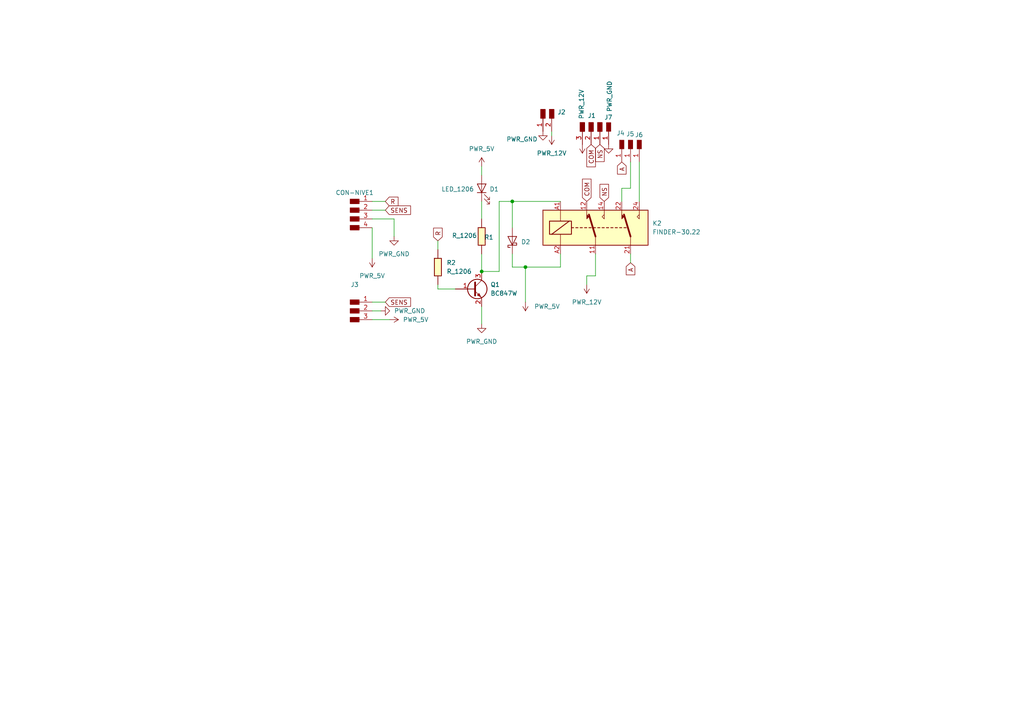
<source format=kicad_sch>
(kicad_sch (version 20231120) (generator "eeschema") (generator_version "8.0")
  (paper "A4")
  (lib_symbols
    (symbol "Relay:FINDER-30.22"
      (property "Reference" "K" (at 16.51 3.81 0))
      (property "Value" "FINDER-30.22" (at 16.51 1.27 0))
      (symbol "FINDER-30.22_0_0"
        (polyline (pts (xy -2.54 5.08) (xy -2.54 2.54) (xy -1.905 3.175) (xy -2.54 3.81)) (fill (type outline)))
        (polyline (pts (xy 2.54 5.08) (xy 2.54 2.54) (xy 1.905 3.175) (xy 2.54 3.81)))
        (polyline (pts (xy 7.62 5.08) (xy 7.62 2.54) (xy 8.255 3.175) (xy 7.62 3.81)) (fill (type outline)))
        (polyline (pts (xy 12.7 5.08) (xy 12.7 2.54) (xy 12.065 3.175) (xy 12.7 3.81)))
      )
      (symbol "FINDER-30.22_0_1"
        (rectangle (start -15.24 5.08) (end 15.24 -5.08) (stroke (width 0.254)) (fill (type background)))
        (rectangle (start -13.335 1.905) (end -6.985 -1.905) (stroke (width 0.254)))
        (polyline (pts (xy -12.7 -1.905) (xy -7.62 1.905)) (stroke (width 0.254)))
        (polyline (pts (xy -10.16 -5.08) (xy -10.16 -1.905)))
        (polyline (pts (xy -10.16 5.08) (xy -10.16 1.905)))
        (polyline (pts (xy -6.985 0) (xy -6.35 0)) (stroke (width 0.254)))
        (polyline (pts (xy -5.715 0) (xy -5.08 0)) (stroke (width 0.254)))
        (polyline (pts (xy -4.445 0) (xy -3.81 0)) (stroke (width 0.254)))
        (polyline (pts (xy -3.175 0) (xy -2.54 0)) (stroke (width 0.254)))
        (polyline (pts (xy -1.905 0) (xy -1.27 0)) (stroke (width 0.254)))
        (polyline (pts (xy -0.635 0) (xy 0 0)) (stroke (width 0.254)))
        (polyline (pts (xy 0 -2.54) (xy -1.905 3.81)) (stroke (width 0.508)))
        (polyline (pts (xy 0 -2.54) (xy 0 -5.08)))
        (polyline (pts (xy 0.635 0) (xy 1.27 0)) (stroke (width 0.254)))
        (polyline (pts (xy 1.905 0) (xy 2.54 0)) (stroke (width 0.254)))
        (polyline (pts (xy 3.175 0) (xy 3.81 0)) (stroke (width 0.254)))
        (polyline (pts (xy 4.445 0) (xy 5.08 0)) (stroke (width 0.254)))
        (polyline (pts (xy 5.715 0) (xy 6.35 0)) (stroke (width 0.254)))
        (polyline (pts (xy 6.985 0) (xy 7.62 0)) (stroke (width 0.254)))
        (polyline (pts (xy 8.255 0) (xy 8.89 0)) (stroke (width 0.254)))
        (polyline (pts (xy 10.16 -2.54) (xy 8.255 3.81)) (stroke (width 0.508)))
        (polyline (pts (xy 10.16 -2.54) (xy 10.16 -5.08)))
      )
      (symbol "FINDER-30.22_1_1"
        (pin passive line (at 0 -7.62 90) (length 2.54) (name "~") (number "11"))
        (pin passive line (at -2.54 7.62 270) (length 2.54) (name "~") (number "12"))
        (pin passive line (at 2.54 7.62 270) (length 2.54) (name "~") (number "14"))
        (pin passive line (at 10.16 -7.62 90) (length 2.54) (name "~") (number "21"))
        (pin passive line (at 7.62 7.62 270) (length 2.54) (name "~") (number "22"))
        (pin passive line (at 12.7 7.62 270) (length 2.54) (name "~") (number "24"))
        (pin passive line (at -10.16 7.62 270) (length 2.54) (name "~") (number "A1"))
        (pin passive line (at -10.16 -7.62 90) (length 2.54) (name "~") (number "A2"))
      )
    )
    (symbol "Transistor_BJT:BC847W" (pin_names (offset 0) hide)
      (property "Reference" "Q" (at 5.08 1.905 0))
      (property "Value" "BC847W" (at 5.08 0 0))
      (symbol "BC847W_0_1"
        (polyline (pts (xy 0.635 0.635) (xy 2.54 2.54)))
        (polyline (pts (xy 0.635 -0.635) (xy 2.54 -2.54) (xy 2.54 -2.54)))
        (polyline (pts (xy 0.635 1.905) (xy 0.635 -1.905) (xy 0.635 -1.905)) (stroke (width 0.508)))
        (polyline (pts (xy 1.27 -1.778) (xy 1.778 -1.27) (xy 2.286 -2.286) (xy 1.27 -1.778) (xy 1.27 -1.778)) (fill (type outline)))
        (circle (center 1.27 0) (radius 2.8194) (stroke (width 0.254)))
      )
      (symbol "BC847W_1_1"
        (pin input line (at -5.08 0 0) (length 5.715) (name "B") (number "1"))
        (pin passive line (at 2.54 -5.08 90) (length 2.54) (name "E") (number "2"))
        (pin passive line (at 2.54 5.08 270) (length 2.54) (name "C") (number "3"))
      )
    )
    (symbol "fab:Conn_PinHeader_1x01_P2.54mm_Horizontal_SMD" (pin_names (offset 1.016) hide)
      (property "Reference" "J" (at 0 2.54 0))
      (property "Value" "Conn_PinHeader_1x01_P2.54mm_Horizontal_SMD" (at 0 -2.54 0))
      (symbol "Conn_PinHeader_1x01_P2.54mm_Horizontal_SMD_1_1"
        (rectangle (start -1.27 0.635) (end 1.27 -0.635) (stroke (width 0.1524)) (fill (type outline)))
        (pin passive line (at 5.08 0 180) (length 3.81) (name "Pin_1") (number "1"))
      )
    )
    (symbol "fab:Conn_PinHeader_1x02_P2.54mm_Horizontal_SMD" (pin_names hide)
      (property "Reference" "J" (at 0 2.54 0))
      (property "Value" "Conn_PinHeader_1x02_P2.54mm_Horizontal_SMD" (at 0 -5.08 0))
      (symbol "Conn_PinHeader_1x02_P2.54mm_Horizontal_SMD_1_1"
        (rectangle (start -1.27 -1.905) (end 1.27 -3.175) (stroke (width 0.254)) (fill (type outline)))
        (rectangle (start -1.27 0.635) (end 1.27 -0.635) (stroke (width 0.254)) (fill (type outline)))
        (pin passive line (at 5.08 0 180) (length 3.81) (name "Pin_1") (number "1"))
        (pin passive line (at 5.08 -2.54 180) (length 3.81) (name "Pin_2") (number "2"))
      )
    )
    (symbol "fab:Conn_PinHeader_1x03_P2.54mm_Horizontal_SMD" (pin_names hide)
      (property "Reference" "J" (at 0 5.08 0))
      (property "Value" "Conn_PinHeader_1x03_P2.54mm_Horizontal_SMD" (at 0 -5.08 0))
      (symbol "Conn_PinHeader_1x03_P2.54mm_Horizontal_SMD_1_1"
        (rectangle (start -1.27 -1.905) (end 1.27 -3.175) (stroke (width 0.254)) (fill (type outline)))
        (rectangle (start -1.27 0.635) (end 1.27 -0.635) (stroke (width 0.254)) (fill (type outline)))
        (rectangle (start -1.27 3.175) (end 1.27 1.905) (stroke (width 0.254)) (fill (type outline)))
        (pin passive line (at 5.08 2.54 180) (length 3.81) (name "Pin_1") (number "1"))
        (pin passive line (at 5.08 0 180) (length 3.81) (name "Pin_2") (number "2"))
        (pin passive line (at 5.08 -2.54 180) (length 3.81) (name "Pin_3") (number "3"))
      )
    )
    (symbol "fab:Conn_PinHeader_1x04_P2.54mm_Horizontal_SMD" (pin_names hide)
      (property "Reference" "J" (at 0 5.08 0))
      (property "Value" "Conn_PinHeader_1x04_P2.54mm_Horizontal_SMD" (at 0 -7.62 0))
      (symbol "Conn_PinHeader_1x04_P2.54mm_Horizontal_SMD_1_1"
        (rectangle (start -1.27 -4.445) (end 1.27 -5.715) (stroke (width 0.254)) (fill (type outline)))
        (rectangle (start -1.27 -1.905) (end 1.27 -3.175) (stroke (width 0.254)) (fill (type outline)))
        (rectangle (start -1.27 0.635) (end 1.27 -0.635) (stroke (width 0.254)) (fill (type outline)))
        (rectangle (start -1.27 3.175) (end 1.27 1.905) (stroke (width 0.254)) (fill (type outline)))
        (pin passive line (at 5.08 2.54 180) (length 3.81) (name "Pin_1") (number "1"))
        (pin passive line (at 5.08 0 180) (length 3.81) (name "Pin_2") (number "2"))
        (pin passive line (at 5.08 -2.54 180) (length 3.81) (name "Pin_3") (number "3"))
        (pin passive line (at 5.08 -5.08 180) (length 3.81) (name "Pin_4") (number "4"))
      )
    )
    (symbol "fab:Diode_Schottky_MiniSMA" (pin_numbers hide) (pin_names (offset 1.016) hide)
      (property "Reference" "D" (at 0 2.54 0))
      (property "Value" "Diode_Schottky_MiniSMA" (at 0 -2.54 0))
      (symbol "Diode_Schottky_MiniSMA_0_1"
        (polyline (pts (xy 1.27 0) (xy -1.27 0)))
        (polyline (pts (xy 1.27 1.27) (xy 1.27 -1.27) (xy -1.27 0) (xy 1.27 1.27)) (stroke (width 0.2032)))
        (polyline (pts (xy -1.905 0.635) (xy -1.905 1.27) (xy -1.27 1.27) (xy -1.27 -1.27) (xy -0.635 -1.27) (xy -0.635 -0.635)) (stroke (width 0.2032)))
      )
      (symbol "Diode_Schottky_MiniSMA_1_1"
        (pin passive line (at -3.81 0 0) (length 2.54) (name "K") (number "1"))
        (pin passive line (at 3.81 0 180) (length 2.54) (name "A") (number "2"))
      )
    )
    (symbol "fab:LED_1206" (pin_numbers hide) (pin_names (offset 1.016) hide)
      (property "Reference" "D" (at 0 2.54 0))
      (property "Value" "LED_1206" (at 0 -2.54 0))
      (symbol "LED_1206_0_1"
        (polyline (pts (xy -1.27 -1.27) (xy -1.27 1.27)) (stroke (width 0.2032)))
        (polyline (pts (xy -1.27 0) (xy 1.27 0)))
        (polyline (pts (xy 1.27 -1.27) (xy 1.27 1.27) (xy -1.27 0) (xy 1.27 -1.27)) (stroke (width 0.2032)))
        (polyline (pts (xy -3.048 -0.762) (xy -4.572 -2.286) (xy -3.81 -2.286) (xy -4.572 -2.286) (xy -4.572 -1.524)))
        (polyline (pts (xy -1.778 -0.762) (xy -3.302 -2.286) (xy -2.54 -2.286) (xy -3.302 -2.286) (xy -3.302 -1.524)))
      )
      (symbol "LED_1206_1_1"
        (pin passive line (at -3.81 0 0) (length 2.54) (name "K") (number "1"))
        (pin passive line (at 3.81 0 180) (length 2.54) (name "A") (number "2"))
      )
    )
    (symbol "fab:PWR_12V" (power) (pin_names (offset 0))
      (property "Value" "PWR_12V" (at 0 3.556 0))
      (symbol "PWR_12V_0_1"
        (polyline (pts (xy -0.762 1.27) (xy 0 2.54)))
        (polyline (pts (xy 0 0) (xy 0 2.54)))
        (polyline (pts (xy 0 2.54) (xy 0.762 1.27)))
      )
      (symbol "PWR_12V_1_1"
        (pin power_in line (at 0 0 90) (length 0) hide (name "PWR_12V") (number "1"))
      )
    )
    (symbol "fab:PWR_5V" (power) (pin_names (offset 0))
      (property "Value" "PWR_5V" (at 0 3.556 0))
      (symbol "PWR_5V_0_1"
        (polyline (pts (xy -0.762 1.27) (xy 0 2.54)))
        (polyline (pts (xy 0 0) (xy 0 2.54)))
        (polyline (pts (xy 0 2.54) (xy 0.762 1.27)))
      )
      (symbol "PWR_5V_1_1"
        (pin power_in line (at 0 0 90) (length 0) hide (name "PWR_5V") (number "1"))
      )
    )
    (symbol "fab:PWR_GND" (power) (pin_names (offset 0))
      (property "Value" "PWR_GND" (at 0 -3.81 0))
      (symbol "PWR_GND_0_1"
        (polyline (pts (xy 0 0) (xy 0 -1.27) (xy 1.27 -1.27) (xy 0 -2.54) (xy -1.27 -1.27) (xy 0 -1.27)))
      )
      (symbol "PWR_GND_1_1"
        (pin power_in line (at 0 0 270) (length 0) hide (name "PWR_GND") (number "1"))
      )
    )
    (symbol "fab:R_1206" (pin_numbers hide) (pin_names (offset 0))
      (property "Reference" "R" (at 2.54 0 90))
      (property "Value" "R_1206" (at -2.54 0 90))
      (symbol "R_1206_0_1"
        (rectangle (start -1.016 -2.54) (end 1.016 2.54) (stroke (width 0.254)) (fill (type background)))
      )
      (symbol "R_1206_1_1"
        (pin passive line (at 0 5.08 270) (length 2.54) (name "~") (number "1"))
        (pin passive line (at 0 -5.08 90) (length 2.54) (name "~") (number "2"))
      )
    )
  )
  (junction (at 152.4 77.47))
  (junction (at 139.7 78.74))
  (junction (at 148.59 58.42))
  (wire (pts (xy 160.02 38.1) (xy 160.02 39.37)))
  (wire (pts (xy 172.72 73.66) (xy 172.72 80.01)))
  (wire (pts (xy 113.03 92.71) (xy 107.95 92.71)))
  (wire (pts (xy 148.59 77.47) (xy 152.4 77.47)))
  (wire (pts (xy 114.3 63.5) (xy 114.3 68.58)))
  (wire (pts (xy 139.7 73.66) (xy 139.7 78.74)))
  (wire (pts (xy 139.7 78.74) (xy 144.78 78.74)))
  (wire (pts (xy 162.56 77.47) (xy 152.4 77.47)))
  (wire (pts (xy 162.56 58.42) (xy 148.59 58.42)))
  (wire (pts (xy 182.88 46.99) (xy 182.88 54.61)))
  (wire (pts (xy 144.78 58.42) (xy 148.59 58.42)))
  (wire (pts (xy 127 72.39) (xy 127 69.85)))
  (wire (pts (xy 132.08 83.82) (xy 127 83.82)))
  (wire (pts (xy 152.4 87.63) (xy 152.4 77.47)))
  (wire (pts (xy 139.7 93.98) (xy 139.7 88.9)))
  (wire (pts (xy 107.95 87.63) (xy 111.76 87.63)))
  (wire (pts (xy 107.95 63.5) (xy 114.3 63.5)))
  (wire (pts (xy 148.59 73.66) (xy 148.59 77.47)))
  (wire (pts (xy 139.7 48.26) (xy 139.7 50.8)))
  (wire (pts (xy 107.95 60.96) (xy 111.76 60.96)))
  (wire (pts (xy 172.72 80.01) (xy 170.18 80.01)))
  (wire (pts (xy 170.18 82.55) (xy 170.18 80.01)))
  (wire (pts (xy 107.95 74.93) (xy 107.95 66.04)))
  (wire (pts (xy 180.34 54.61) (xy 180.34 58.42)))
  (wire (pts (xy 185.42 46.99) (xy 185.42 58.42)))
  (wire (pts (xy 162.56 77.47) (xy 162.56 73.66)))
  (wire (pts (xy 144.78 78.74) (xy 144.78 58.42)))
  (wire (pts (xy 180.34 54.61) (xy 182.88 54.61)))
  (wire (pts (xy 148.59 58.42) (xy 148.59 66.04)))
  (wire (pts (xy 139.7 58.42) (xy 139.7 63.5)))
  (wire (pts (xy 182.88 73.66) (xy 182.88 76.2)))
  (wire (pts (xy 107.95 58.42) (xy 111.76 58.42)))
  (wire (pts (xy 127 83.82) (xy 127 82.55)))
  (wire (pts (xy 107.95 90.17) (xy 110.49 90.17)))
  (global_label "A" (shape input) (at 180.34 46.99 270) (property "Intersheetrefs" "${INTERSHEET_REFS}" (effects (hide yes))))
  (global_label "SENS" (shape input) (at 111.76 60.96 0) (property "Intersheetrefs" "${INTERSHEET_REFS}" (effects (hide yes))))
  (global_label "R" (shape input) (at 127 69.85 90) (property "Intersheetrefs" "${INTERSHEET_REFS}" (effects (hide yes))))
  (global_label "COM" (shape input) (at 170.18 58.42 90) (property "Intersheetrefs" "${INTERSHEET_REFS}" (effects (hide yes))))
  (global_label "A" (shape input) (at 182.88 76.2 270) (property "Intersheetrefs" "${INTERSHEET_REFS}" (effects (hide yes))))
  (global_label "R" (shape input) (at 111.76 58.42 0) (property "Intersheetrefs" "${INTERSHEET_REFS}" (effects (hide yes))))
  (global_label "COM" (shape input) (at 171.45 41.91 270) (property "Intersheetrefs" "${INTERSHEET_REFS}" (effects (hide yes))))
  (global_label "SENS" (shape input) (at 111.76 87.63 0) (property "Intersheetrefs" "${INTERSHEET_REFS}" (effects (hide yes))))
  (global_label "NS" (shape input) (at 175.26 58.42 90) (property "Intersheetrefs" "${INTERSHEET_REFS}" (effects (hide yes))))
  (global_label "NS" (shape input) (at 173.99 41.91 270) (property "Intersheetrefs" "${INTERSHEET_REFS}" (effects (hide yes))))
  (symbol (lib_id "fab:Conn_PinHeader_1x01_P2.54mm_Horizontal_SMD") (at 176.53 36.83 270) (unit 1)
    (property "Reference" "J7" (at 175.26 34.036 90) (effects (justify left)))
    (property "Value" "Conn_PinHeader_1x01_P2.54mm_Horizontal_SMD" (effects (hide yes)))
    (property "Footprint" "fab:PinHeader_1x01_P2.54mm_Horizontal_SMD" (effects (hide yes)))
    (property "Description" "Connector pin header 2.54mm pitch horizontal SMD" (effects (hide yes)))
  )
  (symbol (lib_id "fab:PWR_GND") (at 110.49 90.17 90) (unit 1)
    (property "Reference" "#PWR011" (effects (hide yes)))
    (property "Value" "PWR_GND" (at 114.3 90.1699 90) (effects (justify right)))
    (property "Description" "Power symbol creates a global label with name \"GND\" , ground" (effects (hide yes)))
  )
  (symbol (lib_id "fab:R_1206") (at 139.7 68.58 0) (unit 1)
    (property "Reference" "R1" (at 140.462 68.834 0) (effects (justify left)))
    (property "Value" "R_1206" (at 131.064 68.326 0) (effects (justify left)))
    (property "Footprint" "fab:R_1206" (effects (hide yes)))
    (property "Description" "Resistor" (effects (hide yes)))
  )
  (symbol (lib_id "fab:Conn_PinHeader_1x02_P2.54mm_Horizontal_SMD") (at 157.48 33.02 90) (mirror x) (unit 1)
    (property "Reference" "J2" (at 164.084 32.512 90) (effects (justify left)))
    (property "Value" "Conn_PinHeader_1x02_P2.54mm_Horizontal_SMD" (effects (hide yes)))
    (property "Footprint" "fab:PinHeader_1x02_P2.54mm_Horizontal_SMD" (effects (hide yes)))
    (property "Description" "Male connector, single row" (effects (hide yes)))
  )
  (symbol (lib_id "fab:R_1206") (at 127 77.47 0) (unit 1)
    (property "Reference" "R2" (at 129.54 76.1999 0) (effects (justify left)))
    (property "Value" "R_1206" (at 129.54 78.7399 0) (effects (justify left)))
    (property "Footprint" "fab:R_1206" (effects (hide yes)))
    (property "Description" "Resistor" (effects (hide yes)))
  )
  (symbol (lib_id "fab:PWR_12V") (at 168.91 41.91 180) (unit 1)
    (property "Reference" "#PWR07" (effects (hide yes)))
    (property "Value" "PWR_12V" (at 168.656 30.226 90))
    (property "Description" "Power symbol creates a global label with name \"+12V\"" (effects (hide yes)))
  )
  (symbol (lib_id "fab:PWR_5V") (at 152.4 87.63 180) (unit 1)
    (property "Reference" "#PWR06" (effects (hide yes)))
    (property "Value" "PWR_5V" (at 154.94 88.8999 0) (effects (justify right)))
    (property "Description" "Power symbol creates a global label with name \"+5V\"" (effects (hide yes)))
  )
  (symbol (lib_id "Transistor_BJT:BC847W") (at 137.16 83.82 0) (unit 1)
    (property "Reference" "Q1" (at 142.24 82.5499 0) (effects (justify left)))
    (property "Value" "BC847W" (at 142.24 85.0899 0) (effects (justify left)))
    (property "Footprint" "Package_TO_SOT_SMD:SOT-323_SC-70" (effects (hide yes)))
    (property "Datasheet" "http://www.infineon.com/dgdl/Infineon-BC847SERIES_BC848SERIES_BC849SERIES_BC850SERIES-DS-v01_01-en.pdf?fileId=db3a304314dca389011541d4630a1657" (effects (hide yes)))
    (property "Description" "0.1A Ic, 45V Vce, NPN Transistor, SOT-323" (effects (hide yes)))
  )
  (symbol (lib_id "fab:PWR_12V") (at 160.02 39.37 180) (unit 1)
    (property "Reference" "#PWR08" (effects (hide yes)))
    (property "Value" "PWR_12V" (at 160.02 44.45 0))
    (property "Description" "Power symbol creates a global label with name \"+12V\"" (effects (hide yes)))
  )
  (symbol (lib_id "fab:PWR_GND") (at 157.48 38.1 0) (unit 1)
    (property "Reference" "#PWR09" (effects (hide yes)))
    (property "Value" "PWR_GND" (at 151.384 40.386 0))
    (property "Description" "Power symbol creates a global label with name \"GND\" , ground" (effects (hide yes)))
  )
  (symbol (lib_id "Relay:FINDER-30.22") (at 172.72 66.04 0) (unit 1)
    (property "Reference" "K2" (at 189.23 64.7699 0) (effects (justify left)))
    (property "Value" "FINDER-30.22" (at 189.23 67.3099 0) (effects (justify left)))
    (property "Footprint" "Relay_THT:Relay_DPDT_Finder_30.22" (effects (hide yes)))
    (property "Datasheet" "http://gfinder.findernet.com/assets/Series/354/S30EN.pdf" (effects (hide yes)))
    (property "Description" "FINDER 30.52, Dual Pole Relay, Subminiature 5mm Pitch, 2A" (effects (hide yes)))
  )
  (symbol (lib_id "fab:Conn_PinHeader_1x04_P2.54mm_Horizontal_SMD") (at 102.87 60.96 0) (unit 1)
    (property "Reference" "CON-NIVE1" (at 102.87 55.88 0))
    (property "Value" "Conn_PinHeader_1x04_P2.54mm_Horizontal_SMD" (effects (hide yes)))
    (property "Footprint" "fab:PinHeader_1x04_P2.54mm_Horizontal_SMD" (effects (hide yes)))
    (property "Description" "Male connector, single row" (effects (hide yes)))
  )
  (symbol (lib_id "fab:PWR_5V") (at 113.03 92.71 270) (unit 1)
    (property "Reference" "#PWR010" (effects (hide yes)))
    (property "Value" "PWR_5V" (at 116.84 92.7099 90) (effects (justify left)))
    (property "Description" "Power symbol creates a global label with name \"+5V\"" (effects (hide yes)))
  )
  (symbol (lib_id "fab:PWR_GND") (at 139.7 93.98 0) (unit 1)
    (property "Reference" "#PWR04" (effects (hide yes)))
    (property "Value" "PWR_GND" (at 139.7 99.06 0))
    (property "Description" "Power symbol creates a global label with name \"GND\" , ground" (effects (hide yes)))
  )
  (symbol (lib_id "fab:PWR_5V") (at 107.95 74.93 180) (unit 1)
    (property "Reference" "#PWR01" (effects (hide yes)))
    (property "Value" "PWR_5V" (at 107.95 80.01 0))
    (property "Description" "Power symbol creates a global label with name \"+5V\"" (effects (hide yes)))
  )
  (symbol (lib_id "fab:Diode_Schottky_MiniSMA") (at 148.59 69.85 90) (unit 1)
    (property "Reference" "D2" (at 151.13 70.1674 90) (effects (justify right)))
    (property "Value" "Diode_Schottky_MiniSMA" (effects (hide yes)))
    (property "Footprint" "fab:SOD-123T" (effects (hide yes)))
    (property "Datasheet" "https://www.st.com/content/ccc/resource/technical/document/datasheet/c6/32/d4/4a/28/d3/4b/11/CD00004930.pdf/files/CD00004930.pdf/jcr:content/translations/en.CD00004930.pdf" (effects (hide yes)))
    (property "Description" "Schottky diode" (effects (hide yes)))
  )
  (symbol (lib_id "fab:Conn_PinHeader_1x03_P2.54mm_Horizontal_SMD") (at 102.87 90.17 0) (unit 1)
    (property "Reference" "J3" (at 102.87 82.55 0))
    (property "Value" "Conn_PinHeader_1x03_P2.54mm_Horizontal_SMD" (effects (hide yes)))
    (property "Footprint" "fab:PinHeader_1x03_P2.54mm_Horizontal_SMD" (effects (hide yes)))
    (property "Description" "Male connector, single row" (effects (hide yes)))
  )
  (symbol (lib_id "fab:PWR_GND") (at 114.3 68.58 0) (unit 1)
    (property "Reference" "#PWR02" (effects (hide yes)))
    (property "Value" "PWR_GND" (at 114.3 73.66 0))
    (property "Description" "Power symbol creates a global label with name \"GND\" , ground" (effects (hide yes)))
  )
  (symbol (lib_id "fab:Conn_PinHeader_1x01_P2.54mm_Horizontal_SMD") (at 185.42 41.91 270) (unit 1)
    (property "Reference" "J6" (at 184.15 39.116 90) (effects (justify left)))
    (property "Value" "Conn_PinHeader_1x01_P2.54mm_Horizontal_SMD" (effects (hide yes)))
    (property "Footprint" "fab:PinHeader_1x01_P2.54mm_Horizontal_SMD" (effects (hide yes)))
    (property "Description" "Connector pin header 2.54mm pitch horizontal SMD" (effects (hide yes)))
  )
  (symbol (lib_id "fab:PWR_GND") (at 176.53 41.91 0) (unit 1)
    (property "Reference" "#PWR012" (effects (hide yes)))
    (property "Value" "PWR_GND" (at 176.784 27.94 90))
    (property "Description" "Power symbol creates a global label with name \"GND\" , ground" (effects (hide yes)))
  )
  (symbol (lib_id "fab:LED_1206") (at 139.7 54.61 90) (unit 1)
    (property "Reference" "D1" (at 141.986 54.864 90) (effects (justify right)))
    (property "Value" "LED_1206" (at 128.016 54.864 90) (effects (justify right)))
    (property "Footprint" "fab:LED_1206" (effects (hide yes)))
    (property "Datasheet" "https://optoelectronics.liteon.com/upload/download/DS-22-98-0002/LTST-C150CKT.pdf" (effects (hide yes)))
    (property "Description" "Light emitting diode, Lite-On Inc. LTST, SMD" (effects (hide yes)))
  )
  (symbol (lib_id "fab:PWR_12V") (at 170.18 82.55 180) (unit 1)
    (property "Reference" "#PWR05" (effects (hide yes)))
    (property "Value" "PWR_12V" (at 170.18 87.63 0))
    (property "Description" "Power symbol creates a global label with name \"+12V\"" (effects (hide yes)))
  )
  (symbol (lib_id "fab:Conn_PinHeader_1x03_P2.54mm_Horizontal_SMD") (at 171.45 36.83 270) (unit 1)
    (property "Reference" "J1" (at 170.434 33.528 90) (effects (justify left)))
    (property "Value" "Conn_PinHeader_1x03_P2.54mm_Horizontal_SMD" (effects (hide yes)))
    (property "Footprint" "fab:PinHeader_1x03_P2.54mm_Horizontal_SMD" (effects (hide yes)))
    (property "Description" "Male connector, single row" (effects (hide yes)))
  )
  (symbol (lib_id "fab:Conn_PinHeader_1x01_P2.54mm_Horizontal_SMD") (at 182.88 41.91 270) (unit 1)
    (property "Reference" "J5" (at 181.61 38.862 90) (effects (justify left)))
    (property "Value" "Conn_PinHeader_1x01_P2.54mm_Horizontal_SMD" (effects (hide yes)))
    (property "Footprint" "fab:PinHeader_1x01_P2.54mm_Horizontal_SMD" (effects (hide yes)))
    (property "Description" "Connector pin header 2.54mm pitch horizontal SMD" (effects (hide yes)))
  )
  (symbol (lib_id "fab:Conn_PinHeader_1x01_P2.54mm_Horizontal_SMD") (at 180.34 41.91 270) (unit 1)
    (property "Reference" "J4" (at 178.816 38.608 90) (effects (justify left)))
    (property "Value" "Conn_PinHeader_1x01_P2.54mm_Horizontal_SMD" (effects (hide yes)))
    (property "Footprint" "fab:PinHeader_1x01_P2.54mm_Horizontal_SMD" (effects (hide yes)))
    (property "Description" "Connector pin header 2.54mm pitch horizontal SMD" (effects (hide yes)))
  )
  (symbol (lib_id "fab:PWR_5V") (at 139.7 48.26 0) (unit 1)
    (property "Reference" "#PWR03" (effects (hide yes)))
    (property "Value" "PWR_5V" (at 139.7 43.18 0))
    (property "Description" "Power symbol creates a global label with name \"+5V\"" (effects (hide yes)))
  )
)
</source>
